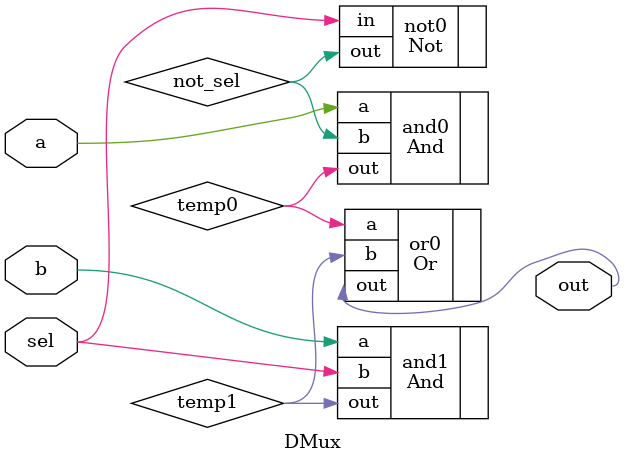
<source format=v>
module DMux (
  output wire out,
  input wire a,
  input wire b,
  input wire sel
);
  wire not_sel;
  wire temp0, temp1;
  Not not0 (
    .out(not_sel),
    .in(sel)
  );
  And and0 (
    .out(temp0),
    .a(a),
    .b(not_sel)
  );
  And and1 (
    .out(temp1),
    .a(b),
    .b(sel)
  );
  Or or0 (
    .out(out),
    .a(temp0),
    .b(temp1)
  );
endmodule

</source>
